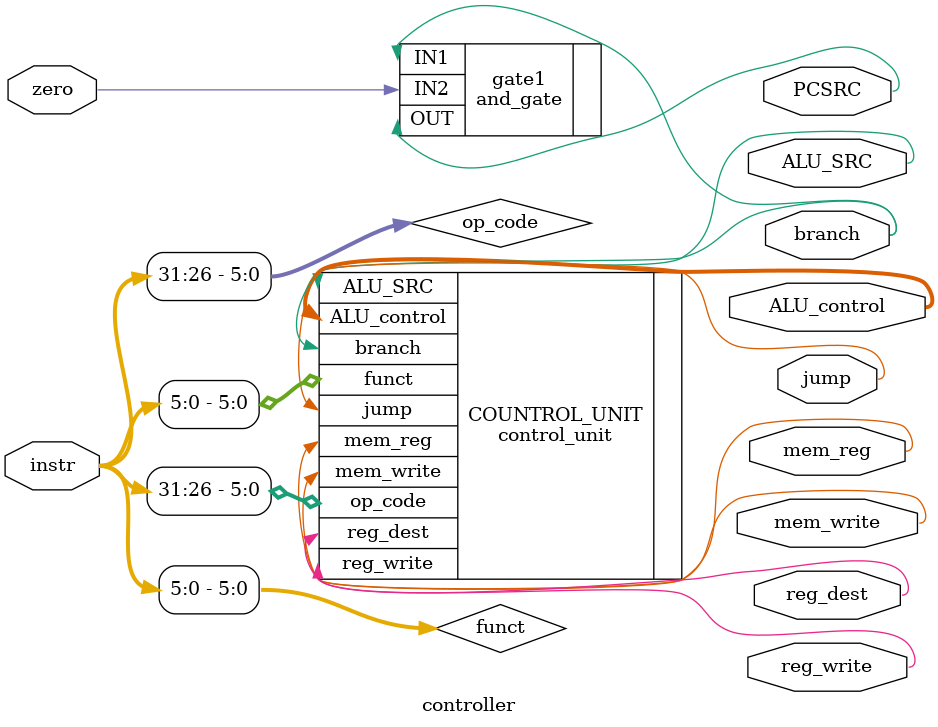
<source format=v>
module controller(input [31:0] instr,
input zero, 
output mem_reg,
output mem_write,
output branch,
output reg_dest,
output reg_write,
output ALU_SRC,
output jump,
output [2:0] ALU_control,
output PCSRC);
wire [5:0] funct=instr[5:0];
wire [5:0] op_code=instr[31:26];
control_unit COUNTROL_UNIT(.op_code(op_code),.funct(funct),.mem_reg(mem_reg),.mem_write(mem_write),.branch(branch),.reg_dest(reg_dest),
.reg_write(reg_write),.ALU_SRC(ALU_SRC),.jump(jump),.ALU_control(ALU_control));
and_gate gate1 (.IN1(branch),.IN2(zero),.OUT(PCSRC));

endmodule

</source>
